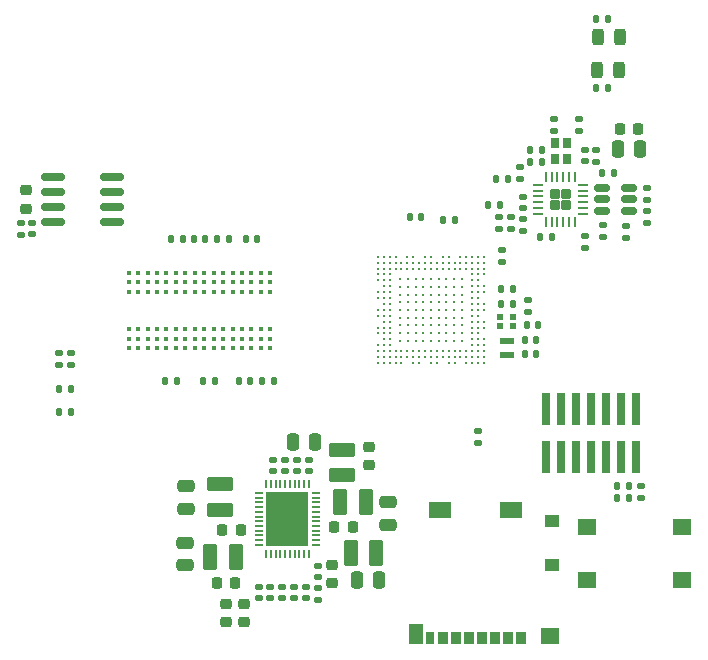
<source format=gbr>
%TF.GenerationSoftware,KiCad,Pcbnew,9.0.0*%
%TF.CreationDate,2025-03-22T23:10:54-04:00*%
%TF.ProjectId,simpleSBC,73696d70-6c65-4534-9243-2e6b69636164,rev?*%
%TF.SameCoordinates,Original*%
%TF.FileFunction,Paste,Top*%
%TF.FilePolarity,Positive*%
%FSLAX46Y46*%
G04 Gerber Fmt 4.6, Leading zero omitted, Abs format (unit mm)*
G04 Created by KiCad (PCBNEW 9.0.0) date 2025-03-22 23:10:54*
%MOMM*%
%LPD*%
G01*
G04 APERTURE LIST*
G04 Aperture macros list*
%AMRoundRect*
0 Rectangle with rounded corners*
0 $1 Rounding radius*
0 $2 $3 $4 $5 $6 $7 $8 $9 X,Y pos of 4 corners*
0 Add a 4 corners polygon primitive as box body*
4,1,4,$2,$3,$4,$5,$6,$7,$8,$9,$2,$3,0*
0 Add four circle primitives for the rounded corners*
1,1,$1+$1,$2,$3*
1,1,$1+$1,$4,$5*
1,1,$1+$1,$6,$7*
1,1,$1+$1,$8,$9*
0 Add four rect primitives between the rounded corners*
20,1,$1+$1,$2,$3,$4,$5,0*
20,1,$1+$1,$4,$5,$6,$7,0*
20,1,$1+$1,$6,$7,$8,$9,0*
20,1,$1+$1,$8,$9,$2,$3,0*%
%AMFreePoly0*
4,1,25,0.266375,0.443630,0.297109,0.420047,0.420047,0.297109,0.458455,0.230584,0.463512,0.192176,0.463512,-0.192176,0.443630,-0.266375,0.420047,-0.297109,0.297109,-0.420047,0.230584,-0.458455,0.192176,-0.463512,-0.192176,-0.463512,-0.266375,-0.443630,-0.297109,-0.420047,-0.420047,-0.297109,-0.458455,-0.230584,-0.463512,-0.192176,-0.463512,0.192176,-0.443630,0.266375,-0.420047,0.297109,
-0.297109,0.420047,-0.230584,0.458455,-0.192176,0.463512,0.192176,0.463512,0.266375,0.443630,0.266375,0.443630,$1*%
G04 Aperture macros list end*
%ADD10RoundRect,0.140000X-0.170000X0.140000X-0.170000X-0.140000X0.170000X-0.140000X0.170000X0.140000X0*%
%ADD11RoundRect,0.225000X-0.225000X-0.250000X0.225000X-0.250000X0.225000X0.250000X-0.225000X0.250000X0*%
%ADD12RoundRect,0.135000X-0.135000X-0.185000X0.135000X-0.185000X0.135000X0.185000X-0.135000X0.185000X0*%
%ADD13RoundRect,0.140000X0.170000X-0.140000X0.170000X0.140000X-0.170000X0.140000X-0.170000X-0.140000X0*%
%ADD14RoundRect,0.135000X-0.185000X0.135000X-0.185000X-0.135000X0.185000X-0.135000X0.185000X0.135000X0*%
%ADD15RoundRect,0.140000X-0.140000X-0.170000X0.140000X-0.170000X0.140000X0.170000X-0.140000X0.170000X0*%
%ADD16RoundRect,0.140000X0.140000X0.170000X-0.140000X0.170000X-0.140000X-0.170000X0.140000X-0.170000X0*%
%ADD17C,0.230000*%
%ADD18RoundRect,0.243750X0.243750X0.456250X-0.243750X0.456250X-0.243750X-0.456250X0.243750X-0.456250X0*%
%ADD19RoundRect,0.250000X-0.250000X-0.475000X0.250000X-0.475000X0.250000X0.475000X-0.250000X0.475000X0*%
%ADD20R,0.800000X0.220000*%
%ADD21R,0.220000X0.800000*%
%ADD22R,3.600000X4.600000*%
%ADD23RoundRect,0.250000X0.475000X-0.250000X0.475000X0.250000X-0.475000X0.250000X-0.475000X-0.250000X0*%
%ADD24R,0.750000X0.850000*%
%ADD25RoundRect,0.135000X0.135000X0.185000X-0.135000X0.185000X-0.135000X-0.185000X0.135000X-0.185000X0*%
%ADD26R,0.600000X0.500000*%
%ADD27RoundRect,0.250000X-0.375000X-0.850000X0.375000X-0.850000X0.375000X0.850000X-0.375000X0.850000X0*%
%ADD28RoundRect,0.225000X0.250000X-0.225000X0.250000X0.225000X-0.250000X0.225000X-0.250000X-0.225000X0*%
%ADD29R,1.200000X0.600000*%
%ADD30RoundRect,0.250000X0.375000X0.850000X-0.375000X0.850000X-0.375000X-0.850000X0.375000X-0.850000X0*%
%ADD31RoundRect,0.135000X0.185000X-0.135000X0.185000X0.135000X-0.185000X0.135000X-0.185000X-0.135000X0*%
%ADD32RoundRect,0.218750X0.256250X-0.218750X0.256250X0.218750X-0.256250X0.218750X-0.256250X-0.218750X0*%
%ADD33RoundRect,0.150000X-0.512500X-0.150000X0.512500X-0.150000X0.512500X0.150000X-0.512500X0.150000X0*%
%ADD34RoundRect,0.218750X-0.218750X-0.256250X0.218750X-0.256250X0.218750X0.256250X-0.218750X0.256250X0*%
%ADD35R,1.600000X1.400000*%
%ADD36R,0.850000X1.100000*%
%ADD37R,0.750000X1.100000*%
%ADD38R,1.200000X1.000000*%
%ADD39R,1.550000X1.350000*%
%ADD40R,1.900000X1.350000*%
%ADD41R,1.170000X1.800000*%
%ADD42RoundRect,0.225000X-0.250000X0.225000X-0.250000X-0.225000X0.250000X-0.225000X0.250000X0.225000X0*%
%ADD43R,0.650000X2.770000*%
%ADD44RoundRect,0.250000X0.850000X-0.375000X0.850000X0.375000X-0.850000X0.375000X-0.850000X-0.375000X0*%
%ADD45RoundRect,0.250000X0.250000X0.475000X-0.250000X0.475000X-0.250000X-0.475000X0.250000X-0.475000X0*%
%ADD46RoundRect,0.225000X0.225000X0.250000X-0.225000X0.250000X-0.225000X-0.250000X0.225000X-0.250000X0*%
%ADD47RoundRect,0.150000X-0.825000X-0.150000X0.825000X-0.150000X0.825000X0.150000X-0.825000X0.150000X0*%
%ADD48FreePoly0,270.000000*%
%ADD49RoundRect,0.062500X-0.062500X0.375000X-0.062500X-0.375000X0.062500X-0.375000X0.062500X0.375000X0*%
%ADD50RoundRect,0.062500X-0.375000X0.062500X-0.375000X-0.062500X0.375000X-0.062500X0.375000X0.062500X0*%
%ADD51C,0.400000*%
G04 APERTURE END LIST*
D10*
%TO.C,C43*%
X152275000Y-76270000D03*
X152275000Y-77230000D03*
%TD*%
D11*
%TO.C,C71*%
X126375000Y-109000000D03*
X127925000Y-109000000D03*
%TD*%
D12*
%TO.C,R61*%
X158502500Y-67050000D03*
X159522500Y-67050000D03*
%TD*%
D13*
%TO.C,C96*%
X134900000Y-108480000D03*
X134900000Y-107520000D03*
%TD*%
D11*
%TO.C,C70*%
X126825000Y-104500000D03*
X128375000Y-104500000D03*
%TD*%
D12*
%TO.C,R57*%
X112990000Y-92510000D03*
X114010000Y-92510000D03*
%TD*%
D14*
%TO.C,R51*%
X152300000Y-78190000D03*
X152300000Y-79210000D03*
%TD*%
D15*
%TO.C,C6*%
X128820000Y-79850000D03*
X129780000Y-79850000D03*
%TD*%
D13*
%TO.C,C39*%
X109750000Y-79480000D03*
X109750000Y-78520000D03*
%TD*%
D12*
%TO.C,R62*%
X145490000Y-78250000D03*
X146510000Y-78250000D03*
%TD*%
D16*
%TO.C,C19*%
X122980000Y-91900000D03*
X122020000Y-91900000D03*
%TD*%
D17*
%TO.C,U1*%
X147100000Y-88450000D03*
X146450000Y-88450000D03*
X145800000Y-88450000D03*
X145150000Y-88450000D03*
X144500000Y-88450000D03*
X143850000Y-88450000D03*
X143200000Y-88450000D03*
X142550000Y-88450000D03*
X141900000Y-88450000D03*
X147100000Y-87800000D03*
X146450000Y-87800000D03*
X145800000Y-87800000D03*
X145150000Y-87800000D03*
X144500000Y-87800000D03*
X143850000Y-87800000D03*
X143200000Y-87800000D03*
X142550000Y-87800000D03*
X141900000Y-87800000D03*
X147100000Y-87150000D03*
X146450000Y-87150000D03*
X145800000Y-87150000D03*
X145150000Y-87150000D03*
X144500000Y-87150000D03*
X143850000Y-87150000D03*
X143200000Y-87150000D03*
X142550000Y-87150000D03*
X141900000Y-87150000D03*
X147100000Y-86500000D03*
X146450000Y-86500000D03*
X145800000Y-86500000D03*
X145150000Y-86500000D03*
X144500000Y-86500000D03*
X143850000Y-86500000D03*
X143200000Y-86500000D03*
X142550000Y-86500000D03*
X141900000Y-86500000D03*
X147100000Y-85850000D03*
X146450000Y-85850000D03*
X145800000Y-85850000D03*
X145150000Y-85850000D03*
X144500000Y-85850000D03*
X143850000Y-85850000D03*
X143200000Y-85850000D03*
X142550000Y-85850000D03*
X141900000Y-85850000D03*
X147100000Y-85200000D03*
X146450000Y-85200000D03*
X145800000Y-85200000D03*
X145150000Y-85200000D03*
X144500000Y-85200000D03*
X143850000Y-85200000D03*
X143200000Y-85200000D03*
X142550000Y-85200000D03*
X141900000Y-85200000D03*
X147100000Y-84550000D03*
X146450000Y-84550000D03*
X145800000Y-84550000D03*
X145150000Y-84550000D03*
X144500000Y-84550000D03*
X143850000Y-84550000D03*
X143200000Y-84550000D03*
X142550000Y-84550000D03*
X141900000Y-84550000D03*
X147100000Y-83900000D03*
X146450000Y-83900000D03*
X145800000Y-83900000D03*
X145150000Y-83900000D03*
X144500000Y-83900000D03*
X143850000Y-83900000D03*
X143200000Y-83900000D03*
X142550000Y-83900000D03*
X141900000Y-83900000D03*
X147100000Y-83250000D03*
X146450000Y-83250000D03*
X145800000Y-83250000D03*
X145150000Y-83250000D03*
X144500000Y-83250000D03*
X143850000Y-83250000D03*
X143200000Y-83250000D03*
X142550000Y-83250000D03*
X141900000Y-83250000D03*
X149000000Y-90350000D03*
X148500000Y-90350000D03*
X148000000Y-90350000D03*
X147500000Y-90350000D03*
X146500000Y-90350000D03*
X146000000Y-90350000D03*
X145000000Y-90350000D03*
X144500000Y-90350000D03*
X143500000Y-90350000D03*
X143000000Y-90350000D03*
X142000000Y-90350000D03*
X141500000Y-90350000D03*
X141000000Y-90350000D03*
X140500000Y-90350000D03*
X140000000Y-90350000D03*
X149000000Y-89850000D03*
X148500000Y-89850000D03*
X148000000Y-89850000D03*
X147500000Y-89850000D03*
X147000000Y-89850000D03*
X146500000Y-89850000D03*
X146000000Y-89850000D03*
X145500000Y-89850000D03*
X145000000Y-89850000D03*
X144500000Y-89850000D03*
X144000000Y-89850000D03*
X143500000Y-89850000D03*
X143000000Y-89850000D03*
X142500000Y-89850000D03*
X142000000Y-89850000D03*
X141500000Y-89850000D03*
X141000000Y-89850000D03*
X140500000Y-89850000D03*
X140000000Y-89850000D03*
X149000000Y-89350000D03*
X148500000Y-89350000D03*
X148000000Y-89350000D03*
X147500000Y-89350000D03*
X147000000Y-89350000D03*
X146500000Y-89350000D03*
X146000000Y-89350000D03*
X145500000Y-89350000D03*
X145000000Y-89350000D03*
X144500000Y-89350000D03*
X144000000Y-89350000D03*
X143500000Y-89350000D03*
X143000000Y-89350000D03*
X142500000Y-89350000D03*
X142000000Y-89350000D03*
X141500000Y-89350000D03*
X141000000Y-89350000D03*
X140500000Y-89350000D03*
X140000000Y-89350000D03*
X149000000Y-88850000D03*
X148500000Y-88850000D03*
X148000000Y-88850000D03*
X141000000Y-88850000D03*
X140500000Y-88850000D03*
X140000000Y-88850000D03*
X149000000Y-88350000D03*
X148500000Y-88350000D03*
X148000000Y-88350000D03*
X141000000Y-88350000D03*
X140500000Y-88350000D03*
X148500000Y-87850000D03*
X148000000Y-87850000D03*
X141000000Y-87850000D03*
X140500000Y-87850000D03*
X140000000Y-87850000D03*
X149000000Y-87350000D03*
X148500000Y-87350000D03*
X148000000Y-87350000D03*
X141000000Y-87350000D03*
X140500000Y-87350000D03*
X140000000Y-87350000D03*
X149000000Y-86850000D03*
X148500000Y-86850000D03*
X148000000Y-86850000D03*
X141000000Y-86850000D03*
X140500000Y-86850000D03*
X148500000Y-86350000D03*
X148000000Y-86350000D03*
X141000000Y-86350000D03*
X140500000Y-86350000D03*
X140000000Y-86350000D03*
X149000000Y-85850000D03*
X148500000Y-85850000D03*
X148000000Y-85850000D03*
X141000000Y-85850000D03*
X140500000Y-85850000D03*
X140000000Y-85850000D03*
X149000000Y-85350000D03*
X148500000Y-85350000D03*
X148000000Y-85350000D03*
X141000000Y-85350000D03*
X140500000Y-85350000D03*
X148500000Y-84850000D03*
X148000000Y-84850000D03*
X141000000Y-84850000D03*
X140500000Y-84850000D03*
X140000000Y-84850000D03*
X149000000Y-84350000D03*
X148500000Y-84350000D03*
X148000000Y-84350000D03*
X141000000Y-84350000D03*
X140500000Y-84350000D03*
X140000000Y-84350000D03*
X149000000Y-83850000D03*
X148500000Y-83850000D03*
X148000000Y-83850000D03*
X141000000Y-83850000D03*
X140500000Y-83850000D03*
X148500000Y-83350000D03*
X148000000Y-83350000D03*
X141000000Y-83350000D03*
X140500000Y-83350000D03*
X140000000Y-83350000D03*
X149000000Y-82850000D03*
X148500000Y-82850000D03*
X148000000Y-82850000D03*
X141000000Y-82850000D03*
X140500000Y-82850000D03*
X140000000Y-82850000D03*
X149000000Y-82350000D03*
X148500000Y-82350000D03*
X148000000Y-82350000D03*
X147500000Y-82350000D03*
X147000000Y-82350000D03*
X146500000Y-82350000D03*
X146000000Y-82350000D03*
X145500000Y-82350000D03*
X145000000Y-82350000D03*
X144500000Y-82350000D03*
X144000000Y-82350000D03*
X143500000Y-82350000D03*
X143000000Y-82350000D03*
X142500000Y-82350000D03*
X142000000Y-82350000D03*
X141500000Y-82350000D03*
X141000000Y-82350000D03*
X140500000Y-82350000D03*
X140000000Y-82350000D03*
X149000000Y-81850000D03*
X148500000Y-81850000D03*
X148000000Y-81850000D03*
X147500000Y-81850000D03*
X147000000Y-81850000D03*
X146500000Y-81850000D03*
X146000000Y-81850000D03*
X145500000Y-81850000D03*
X145000000Y-81850000D03*
X144500000Y-81850000D03*
X144000000Y-81850000D03*
X143500000Y-81850000D03*
X143000000Y-81850000D03*
X142500000Y-81850000D03*
X142000000Y-81850000D03*
X141500000Y-81850000D03*
X141000000Y-81850000D03*
X140500000Y-81850000D03*
X140000000Y-81850000D03*
X149000000Y-81350000D03*
X148500000Y-81350000D03*
X148000000Y-81350000D03*
X147500000Y-81350000D03*
X147000000Y-81350000D03*
X146000000Y-81350000D03*
X145500000Y-81350000D03*
X144500000Y-81350000D03*
X144000000Y-81350000D03*
X143000000Y-81350000D03*
X142500000Y-81350000D03*
X141500000Y-81350000D03*
X141000000Y-81350000D03*
X140500000Y-81350000D03*
X140000000Y-81350000D03*
%TD*%
D18*
%TO.C,D1*%
X160500000Y-62750000D03*
X158625000Y-62750000D03*
%TD*%
D14*
%TO.C,JP2*%
X113000000Y-89490000D03*
X113000000Y-90510000D03*
%TD*%
D13*
%TO.C,C47*%
X161000000Y-79730000D03*
X161000000Y-78770000D03*
%TD*%
D19*
%TO.C,C93*%
X138200000Y-108750000D03*
X140100000Y-108750000D03*
%TD*%
%TO.C,C85*%
X160325000Y-72250000D03*
X162225000Y-72250000D03*
%TD*%
D20*
%TO.C,U4*%
X129900000Y-101350000D03*
X129900000Y-101750000D03*
X129900000Y-102150000D03*
X129900000Y-102550000D03*
X129900000Y-102950000D03*
X129900000Y-103350000D03*
X129900000Y-103750000D03*
X129900000Y-104150000D03*
X129900000Y-104550000D03*
X129900000Y-104950000D03*
X129900000Y-105350000D03*
X129900000Y-105750000D03*
D21*
X130550000Y-106500000D03*
X130950000Y-106500000D03*
X131350000Y-106500000D03*
X131750000Y-106500000D03*
X132150000Y-106500000D03*
X132550000Y-106500000D03*
X132950000Y-106500000D03*
X133350000Y-106500000D03*
X133750000Y-106500000D03*
X134150000Y-106500000D03*
D20*
X134800000Y-105760000D03*
X134800000Y-105350000D03*
X134800000Y-104950000D03*
X134800000Y-104550000D03*
X134800000Y-104150000D03*
X134800000Y-103750000D03*
X134800000Y-103350000D03*
X134800000Y-102950000D03*
X134800000Y-102550000D03*
X134800000Y-102150000D03*
X134800000Y-101750000D03*
X134800000Y-101350000D03*
D21*
X134150000Y-100600000D03*
X133750000Y-100600000D03*
X133350000Y-100600000D03*
X132950000Y-100600000D03*
X132550000Y-100600000D03*
X132150000Y-100600000D03*
X131750000Y-100600000D03*
X131350000Y-100600000D03*
X130950000Y-100600000D03*
X130550000Y-100600000D03*
D22*
X132350000Y-103550000D03*
%TD*%
D23*
%TO.C,C90*%
X123800000Y-102700000D03*
X123800000Y-100800000D03*
%TD*%
%TO.C,C91*%
X123650000Y-107450000D03*
X123650000Y-105550000D03*
%TD*%
D24*
%TO.C,Y3*%
X156025000Y-73075000D03*
X156025000Y-71725000D03*
X154975000Y-71725000D03*
X154975000Y-73075000D03*
%TD*%
D14*
%TO.C,R7*%
X152700000Y-84990000D03*
X152700000Y-86010000D03*
%TD*%
D25*
%TO.C,R63*%
X161240000Y-101750000D03*
X160220000Y-101750000D03*
%TD*%
D14*
%TO.C,R52*%
X162800000Y-77490000D03*
X162800000Y-78510000D03*
%TD*%
D10*
%TO.C,C67*%
X134900000Y-109420000D03*
X134900000Y-110380000D03*
%TD*%
D26*
%TO.C,X1*%
X151450000Y-86450000D03*
X150350000Y-86450000D03*
X150350000Y-87250000D03*
X151450000Y-87250000D03*
%TD*%
D13*
%TO.C,C86*%
X132900000Y-110280000D03*
X132900000Y-109320000D03*
%TD*%
D12*
%TO.C,R42*%
X153690000Y-79700000D03*
X154710000Y-79700000D03*
%TD*%
D27*
%TO.C,L3*%
X136825000Y-102100000D03*
X138975000Y-102100000D03*
%TD*%
D28*
%TO.C,C73*%
X136100000Y-108975000D03*
X136100000Y-107425000D03*
%TD*%
D12*
%TO.C,R55*%
X158990000Y-74250000D03*
X160010000Y-74250000D03*
%TD*%
D25*
%TO.C,R8*%
X151435000Y-85325000D03*
X150415000Y-85325000D03*
%TD*%
D15*
%TO.C,C29*%
X152620000Y-87100000D03*
X153580000Y-87100000D03*
%TD*%
D29*
%TO.C,Y1*%
X150900000Y-89700000D03*
X150900000Y-88500000D03*
%TD*%
D12*
%TO.C,R6*%
X150390000Y-84100000D03*
X151410000Y-84100000D03*
%TD*%
D30*
%TO.C,L2*%
X127975000Y-106750000D03*
X125825000Y-106750000D03*
%TD*%
D31*
%TO.C,R49*%
X152000000Y-74760000D03*
X152000000Y-73740000D03*
%TD*%
D27*
%TO.C,L4*%
X137725000Y-106400000D03*
X139875000Y-106400000D03*
%TD*%
D10*
%TO.C,C68*%
X131900000Y-109320000D03*
X131900000Y-110280000D03*
%TD*%
D14*
%TO.C,JP3*%
X114000000Y-89490000D03*
X114000000Y-90510000D03*
%TD*%
D31*
%TO.C,R54*%
X158500000Y-73310000D03*
X158500000Y-72290000D03*
%TD*%
D12*
%TO.C,R40*%
X158502500Y-61225000D03*
X159522500Y-61225000D03*
%TD*%
D13*
%TO.C,C69*%
X133150000Y-99480000D03*
X133150000Y-98520000D03*
%TD*%
D32*
%TO.C,FB1*%
X110250000Y-77287500D03*
X110250000Y-75712500D03*
%TD*%
D33*
%TO.C,U5*%
X159000000Y-75550000D03*
X159000000Y-76500000D03*
X159000000Y-77450000D03*
X161275000Y-77450000D03*
X161275000Y-76500000D03*
X161275000Y-75550000D03*
%TD*%
D34*
%TO.C,FB3*%
X160487500Y-70500000D03*
X162062500Y-70500000D03*
%TD*%
D12*
%TO.C,R44*%
X149990000Y-74750000D03*
X151010000Y-74750000D03*
%TD*%
D16*
%TO.C,C4*%
X123480000Y-79850000D03*
X122520000Y-79850000D03*
%TD*%
D35*
%TO.C,SW1*%
X165750000Y-108750000D03*
X157750000Y-108750000D03*
X165750000Y-104250000D03*
X157750000Y-104250000D03*
%TD*%
D14*
%TO.C,R56*%
X162775000Y-75490000D03*
X162775000Y-76510000D03*
%TD*%
D15*
%TO.C,C22*%
X124420000Y-79850000D03*
X125380000Y-79850000D03*
%TD*%
D13*
%TO.C,C95*%
X133900000Y-110280000D03*
X133900000Y-109320000D03*
%TD*%
D36*
%TO.C,J2*%
X152105000Y-113612500D03*
X151005000Y-113612500D03*
X149905000Y-113612500D03*
X148805000Y-113612500D03*
X147705000Y-113612500D03*
X146605000Y-113612500D03*
X145505000Y-113612500D03*
D37*
X144455000Y-113612500D03*
D38*
X154740000Y-107462500D03*
X154740000Y-103762500D03*
D39*
X154565000Y-113487500D03*
D40*
X151240000Y-102787500D03*
X145270000Y-102787500D03*
D41*
X143245000Y-113262500D03*
%TD*%
D10*
%TO.C,C84*%
X157500000Y-79620000D03*
X157500000Y-80580000D03*
%TD*%
D42*
%TO.C,C89*%
X139250000Y-97475000D03*
X139250000Y-99025000D03*
%TD*%
D18*
%TO.C,D2*%
X160450000Y-65550000D03*
X158575000Y-65550000D03*
%TD*%
D31*
%TO.C,R41*%
X151250000Y-79010000D03*
X151250000Y-77990000D03*
%TD*%
D43*
%TO.C,J1*%
X154250000Y-98280000D03*
X154250000Y-94250000D03*
X155520000Y-98280000D03*
X155520000Y-94250000D03*
X156790000Y-98280000D03*
X156790000Y-94250000D03*
X158060000Y-98280000D03*
X158060000Y-94250000D03*
X159330000Y-98280000D03*
X159330000Y-94250000D03*
X160600000Y-98280000D03*
X160600000Y-94250000D03*
X161870000Y-98280000D03*
X161870000Y-94250000D03*
%TD*%
D15*
%TO.C,C16*%
X128220000Y-91900000D03*
X129180000Y-91900000D03*
%TD*%
D16*
%TO.C,C36*%
X153380000Y-88400000D03*
X152420000Y-88400000D03*
%TD*%
D28*
%TO.C,C94*%
X128650000Y-112275000D03*
X128650000Y-110725000D03*
%TD*%
D31*
%TO.C,JP1*%
X148500000Y-97110000D03*
X148500000Y-96090000D03*
%TD*%
D13*
%TO.C,C42*%
X154900000Y-70680000D03*
X154900000Y-69720000D03*
%TD*%
%TO.C,C76*%
X130900000Y-110280000D03*
X130900000Y-109320000D03*
%TD*%
%TO.C,C38*%
X150500000Y-81780000D03*
X150500000Y-80820000D03*
%TD*%
%TO.C,C83*%
X157500000Y-73280000D03*
X157500000Y-72320000D03*
%TD*%
D44*
%TO.C,L1*%
X126600000Y-102775000D03*
X126600000Y-100625000D03*
%TD*%
D23*
%TO.C,C92*%
X140900000Y-104050000D03*
X140900000Y-102150000D03*
%TD*%
D16*
%TO.C,C20*%
X126180000Y-91900000D03*
X125220000Y-91900000D03*
%TD*%
D13*
%TO.C,C88*%
X132150000Y-99480000D03*
X132150000Y-98520000D03*
%TD*%
D10*
%TO.C,C99*%
X134200000Y-98540000D03*
X134200000Y-99500000D03*
%TD*%
D16*
%TO.C,C49*%
X143680000Y-78000000D03*
X142720000Y-78000000D03*
%TD*%
%TO.C,C97*%
X161230000Y-100750000D03*
X160270000Y-100750000D03*
%TD*%
D44*
%TO.C,L5*%
X137000000Y-99825000D03*
X137000000Y-97675000D03*
%TD*%
D14*
%TO.C,R46*%
X150250000Y-77990000D03*
X150250000Y-79010000D03*
%TD*%
D16*
%TO.C,C14*%
X127380000Y-79850000D03*
X126420000Y-79850000D03*
%TD*%
D12*
%TO.C,R58*%
X112990000Y-94500000D03*
X114010000Y-94500000D03*
%TD*%
D15*
%TO.C,C12*%
X130220000Y-91900000D03*
X131180000Y-91900000D03*
%TD*%
D42*
%TO.C,C87*%
X127150000Y-110725000D03*
X127150000Y-112275000D03*
%TD*%
D45*
%TO.C,C98*%
X134700000Y-97000000D03*
X132800000Y-97000000D03*
%TD*%
D14*
%TO.C,R53*%
X159100000Y-78690000D03*
X159100000Y-79710000D03*
%TD*%
D46*
%TO.C,C72*%
X137875000Y-104200000D03*
X136325000Y-104200000D03*
%TD*%
D10*
%TO.C,C74*%
X131150000Y-98520000D03*
X131150000Y-99480000D03*
%TD*%
D47*
%TO.C,U2*%
X112525000Y-74595000D03*
X112525000Y-75865000D03*
X112525000Y-77135000D03*
X112525000Y-78405000D03*
X117475000Y-78405000D03*
X117475000Y-77135000D03*
X117475000Y-75865000D03*
X117475000Y-74595000D03*
%TD*%
D13*
%TO.C,C41*%
X110750000Y-79460000D03*
X110750000Y-78500000D03*
%TD*%
%TO.C,C44*%
X157000000Y-70680000D03*
X157000000Y-69720000D03*
%TD*%
D14*
%TO.C,R60*%
X162250000Y-100740000D03*
X162250000Y-101760000D03*
%TD*%
D13*
%TO.C,C75*%
X129900000Y-110280000D03*
X129900000Y-109320000D03*
%TD*%
D16*
%TO.C,C80*%
X153880000Y-73300000D03*
X152920000Y-73300000D03*
%TD*%
D48*
%TO.C,U6*%
X155962500Y-76000000D03*
X154962500Y-76000000D03*
X155962500Y-77000000D03*
X154962500Y-77000000D03*
D49*
X156712500Y-74562500D03*
X156212500Y-74562500D03*
X155712500Y-74562500D03*
X155212500Y-74562500D03*
X154712500Y-74562500D03*
X154212500Y-74562500D03*
D50*
X153525000Y-75250000D03*
X153525000Y-75750000D03*
X153525000Y-76250000D03*
X153525000Y-76750000D03*
X153525000Y-77250000D03*
X153525000Y-77750000D03*
D49*
X154212500Y-78437500D03*
X154712500Y-78437500D03*
X155212500Y-78437500D03*
X155712500Y-78437500D03*
X156212500Y-78437500D03*
X156712500Y-78437500D03*
D50*
X157400000Y-77750000D03*
X157400000Y-77250000D03*
X157400000Y-76750000D03*
X157400000Y-76250000D03*
X157400000Y-75750000D03*
X157400000Y-75250000D03*
%TD*%
D12*
%TO.C,R43*%
X149290000Y-77000000D03*
X150310000Y-77000000D03*
%TD*%
D16*
%TO.C,C37*%
X153380000Y-89600000D03*
X152420000Y-89600000D03*
%TD*%
%TO.C,C79*%
X153880000Y-72300000D03*
X152920000Y-72300000D03*
%TD*%
D51*
%TO.C,U3*%
X118900000Y-89100000D03*
X118900000Y-88300000D03*
X118900000Y-87500000D03*
X118900000Y-84300000D03*
X118900000Y-83500000D03*
X118900000Y-82700000D03*
X119700000Y-89100000D03*
X119700000Y-88300000D03*
X119700000Y-87500000D03*
X119700000Y-84300000D03*
X119700000Y-83500000D03*
X119700000Y-82700000D03*
X120500000Y-89100000D03*
X120500000Y-88300000D03*
X120500000Y-87500000D03*
X120500000Y-84300000D03*
X120500000Y-83500000D03*
X120500000Y-82700000D03*
X121300000Y-89100000D03*
X121300000Y-88300000D03*
X121300000Y-87500000D03*
X121300000Y-84300000D03*
X121300000Y-83500000D03*
X121300000Y-82700000D03*
X122100000Y-89100000D03*
X122100000Y-88300000D03*
X122100000Y-87500000D03*
X122100000Y-84300000D03*
X122100000Y-83500000D03*
X122100000Y-82700000D03*
X122900000Y-89100000D03*
X122900000Y-88300000D03*
X122900000Y-87500000D03*
X122900000Y-84300000D03*
X122900000Y-83500000D03*
X122900000Y-82700000D03*
X123700000Y-89100000D03*
X123700000Y-88300000D03*
X123700000Y-87500000D03*
X123700000Y-84300000D03*
X123700000Y-83500000D03*
X123700000Y-82700000D03*
X124500000Y-89100000D03*
X124500000Y-88300000D03*
X124500000Y-87500000D03*
X124500000Y-84300000D03*
X124500000Y-83500000D03*
X124500000Y-82700000D03*
X125300000Y-89100000D03*
X125300000Y-88300000D03*
X125300000Y-87500000D03*
X125300000Y-84300000D03*
X125300000Y-83500000D03*
X125300000Y-82700000D03*
X126100000Y-89100000D03*
X126100000Y-88300000D03*
X126100000Y-87500000D03*
X126100000Y-84300000D03*
X126100000Y-83500000D03*
X126100000Y-82700000D03*
X126900000Y-89100000D03*
X126900000Y-88300000D03*
X126900000Y-87500000D03*
X126900000Y-84300000D03*
X126900000Y-83500000D03*
X126900000Y-82700000D03*
X127700000Y-89100000D03*
X127700000Y-88300000D03*
X127700000Y-87500000D03*
X127700000Y-84300000D03*
X127700000Y-83500000D03*
X127700000Y-82700000D03*
X128500000Y-89100000D03*
X128500000Y-88300000D03*
X128500000Y-87500000D03*
X128500000Y-84300000D03*
X128500000Y-83500000D03*
X128500000Y-82700000D03*
X129300000Y-89100000D03*
X129300000Y-88300000D03*
X129300000Y-87500000D03*
X129300000Y-84300000D03*
X129300000Y-83500000D03*
X129300000Y-82700000D03*
X130100000Y-89100000D03*
X130100000Y-88300000D03*
X130100000Y-87500000D03*
X130100000Y-84300000D03*
X130100000Y-83500000D03*
X130100000Y-82700000D03*
X130900000Y-89100000D03*
X130900000Y-88300000D03*
X130900000Y-87500000D03*
X130900000Y-84300000D03*
X130900000Y-83500000D03*
X130900000Y-82700000D03*
%TD*%
M02*

</source>
